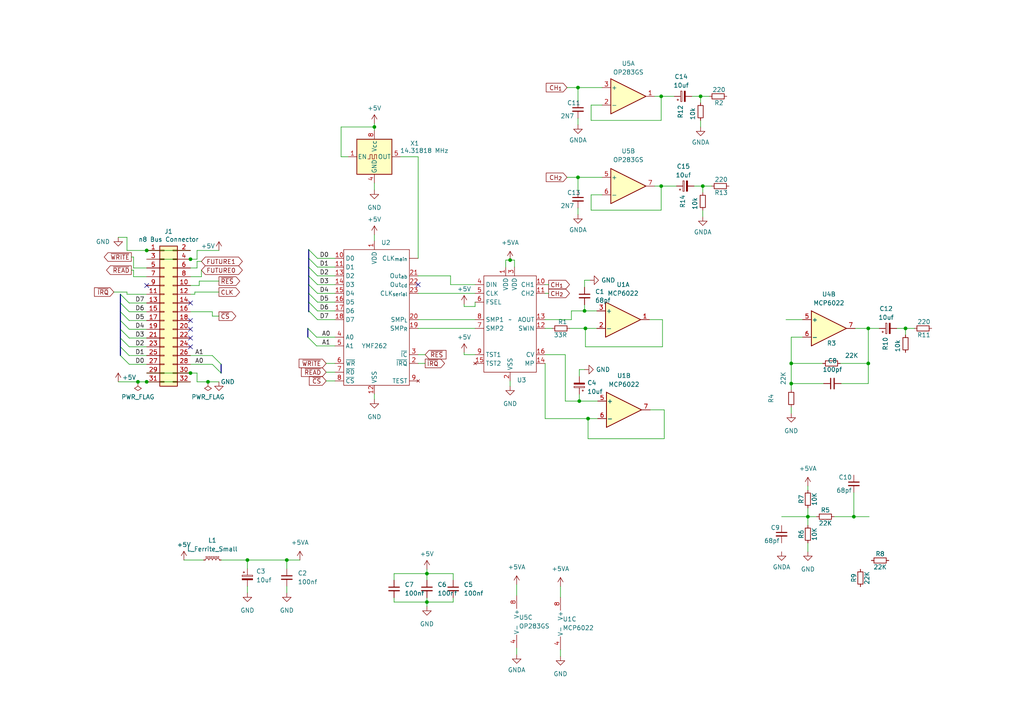
<source format=kicad_sch>
(kicad_sch (version 20230121) (generator eeschema)
  (paper "A4")
  (lib_symbols
    (symbol "+5V_1" (power) (pin_names (offset 0))
      (property "Value" "+5V_1" (at 0 3.556 0))
      (symbol "+5V_1_0_1"
        (polyline (pts (xy -0.762 1.27) (xy 0 2.54)))
        (polyline (pts (xy 0 0) (xy 0 2.54)))
        (polyline (pts (xy 0 2.54) (xy 0.762 1.27)))
      )
      (symbol "+5V_1_1_1"
        (pin power_in line (at 0 0 90) (length 0) hide (name "+5V") (number "1"))
      )
    )
    (symbol "Amplifier_Operational:MCP6022" (pin_names (offset 0.127))
      (property "Reference" "U" (at 0 5.08 0))
      (property "Value" "MCP6022" (at 0 -5.08 0))
      (symbol "MCP6022_1_1"
        (polyline (pts (xy -5.08 5.08) (xy 5.08 0) (xy -5.08 -5.08) (xy -5.08 5.08)) (stroke (width 0.254)) (fill (type background)))
        (pin output line (at 7.62 0 180) (length 2.54) (name "~") (number "1"))
        (pin input line (at -7.62 -2.54 0) (length 2.54) (name "-") (number "2"))
        (pin input line (at -7.62 2.54 0) (length 2.54) (name "+") (number "3"))
      )
      (symbol "MCP6022_2_1"
        (polyline (pts (xy -5.08 5.08) (xy 5.08 0) (xy -5.08 -5.08) (xy -5.08 5.08)) (stroke (width 0.254)) (fill (type background)))
        (pin input line (at -7.62 2.54 0) (length 2.54) (name "+") (number "5"))
        (pin input line (at -7.62 -2.54 0) (length 2.54) (name "-") (number "6"))
        (pin output line (at 7.62 0 180) (length 2.54) (name "~") (number "7"))
      )
      (symbol "MCP6022_3_1"
        (pin power_in line (at -2.54 -7.62 90) (length 3.81) (name "V-") (number "4"))
        (pin power_in line (at -2.54 7.62 270) (length 3.81) (name "V+") (number "8"))
      )
    )
    (symbol "Amplifier_Operational:OP283GS" (pin_names (offset 0.127))
      (property "Reference" "U" (at 0 5.08 0))
      (property "Value" "OP283GS" (at 0 -5.08 0))
      (symbol "OP283GS_1_1"
        (polyline (pts (xy -5.08 5.08) (xy 5.08 0) (xy -5.08 -5.08) (xy -5.08 5.08)) (stroke (width 0.254)) (fill (type background)))
        (pin output line (at 7.62 0 180) (length 2.54) (name "~") (number "1"))
        (pin input line (at -7.62 -2.54 0) (length 2.54) (name "-") (number "2"))
        (pin input line (at -7.62 2.54 0) (length 2.54) (name "+") (number "3"))
      )
      (symbol "OP283GS_2_1"
        (polyline (pts (xy -5.08 5.08) (xy 5.08 0) (xy -5.08 -5.08) (xy -5.08 5.08)) (stroke (width 0.254)) (fill (type background)))
        (pin input line (at -7.62 2.54 0) (length 2.54) (name "+") (number "5"))
        (pin input line (at -7.62 -2.54 0) (length 2.54) (name "-") (number "6"))
        (pin output line (at 7.62 0 180) (length 2.54) (name "~") (number "7"))
      )
      (symbol "OP283GS_3_1"
        (pin power_in line (at -2.54 -7.62 90) (length 3.81) (name "V-") (number "4"))
        (pin power_in line (at -2.54 7.62 270) (length 3.81) (name "V+") (number "8"))
      )
    )
    (symbol "Connector_Generic:Conn_02x16_Odd_Even" (pin_names (offset 1.016) hide)
      (property "Reference" "J" (at 1.27 20.32 0))
      (property "Value" "Conn_02x16_Odd_Even" (at 1.27 -22.86 0))
      (symbol "Conn_02x16_Odd_Even_1_1"
        (rectangle (start -1.27 -20.193) (end 0 -20.447) (stroke (width 0.1524)))
        (rectangle (start -1.27 -17.653) (end 0 -17.907) (stroke (width 0.1524)))
        (rectangle (start -1.27 -15.113) (end 0 -15.367) (stroke (width 0.1524)))
        (rectangle (start -1.27 -12.573) (end 0 -12.827) (stroke (width 0.1524)))
        (rectangle (start -1.27 -10.033) (end 0 -10.287) (stroke (width 0.1524)))
        (rectangle (start -1.27 -7.493) (end 0 -7.747) (stroke (width 0.1524)))
        (rectangle (start -1.27 -4.953) (end 0 -5.207) (stroke (width 0.1524)))
        (rectangle (start -1.27 -2.413) (end 0 -2.667) (stroke (width 0.1524)))
        (rectangle (start -1.27 0.127) (end 0 -0.127) (stroke (width 0.1524)))
        (rectangle (start -1.27 2.667) (end 0 2.413) (stroke (width 0.1524)))
        (rectangle (start -1.27 5.207) (end 0 4.953) (stroke (width 0.1524)))
        (rectangle (start -1.27 7.747) (end 0 7.493) (stroke (width 0.1524)))
        (rectangle (start -1.27 10.287) (end 0 10.033) (stroke (width 0.1524)))
        (rectangle (start -1.27 12.827) (end 0 12.573) (stroke (width 0.1524)))
        (rectangle (start -1.27 15.367) (end 0 15.113) (stroke (width 0.1524)))
        (rectangle (start -1.27 17.907) (end 0 17.653) (stroke (width 0.1524)))
        (rectangle (start -1.27 19.05) (end 3.81 -21.59) (stroke (width 0.254)) (fill (type background)))
        (rectangle (start 3.81 -20.193) (end 2.54 -20.447) (stroke (width 0.1524)))
        (rectangle (start 3.81 -17.653) (end 2.54 -17.907) (stroke (width 0.1524)))
        (rectangle (start 3.81 -15.113) (end 2.54 -15.367) (stroke (width 0.1524)))
        (rectangle (start 3.81 -12.573) (end 2.54 -12.827) (stroke (width 0.1524)))
        (rectangle (start 3.81 -10.033) (end 2.54 -10.287) (stroke (width 0.1524)))
        (rectangle (start 3.81 -7.493) (end 2.54 -7.747) (stroke (width 0.1524)))
        (rectangle (start 3.81 -4.953) (end 2.54 -5.207) (stroke (width 0.1524)))
        (rectangle (start 3.81 -2.413) (end 2.54 -2.667) (stroke (width 0.1524)))
        (rectangle (start 3.81 0.127) (end 2.54 -0.127) (stroke (width 0.1524)))
        (rectangle (start 3.81 2.667) (end 2.54 2.413) (stroke (width 0.1524)))
        (rectangle (start 3.81 5.207) (end 2.54 4.953) (stroke (width 0.1524)))
        (rectangle (start 3.81 7.747) (end 2.54 7.493) (stroke (width 0.1524)))
        (rectangle (start 3.81 10.287) (end 2.54 10.033) (stroke (width 0.1524)))
        (rectangle (start 3.81 12.827) (end 2.54 12.573) (stroke (width 0.1524)))
        (rectangle (start 3.81 15.367) (end 2.54 15.113) (stroke (width 0.1524)))
        (rectangle (start 3.81 17.907) (end 2.54 17.653) (stroke (width 0.1524)))
        (pin passive line (at -5.08 17.78 0) (length 3.81) (name "Pin_1") (number "1"))
        (pin passive line (at 7.62 7.62 180) (length 3.81) (name "Pin_10") (number "10"))
        (pin passive line (at -5.08 5.08 0) (length 3.81) (name "Pin_11") (number "11"))
        (pin passive line (at 7.62 5.08 180) (length 3.81) (name "Pin_12") (number "12"))
        (pin passive line (at -5.08 2.54 0) (length 3.81) (name "Pin_13") (number "13"))
        (pin passive line (at 7.62 2.54 180) (length 3.81) (name "Pin_14") (number "14"))
        (pin passive line (at -5.08 0 0) (length 3.81) (name "Pin_15") (number "15"))
        (pin passive line (at 7.62 0 180) (length 3.81) (name "Pin_16") (number "16"))
        (pin passive line (at -5.08 -2.54 0) (length 3.81) (name "Pin_17") (number "17"))
        (pin passive line (at 7.62 -2.54 180) (length 3.81) (name "Pin_18") (number "18"))
        (pin passive line (at -5.08 -5.08 0) (length 3.81) (name "Pin_19") (number "19"))
        (pin passive line (at 7.62 17.78 180) (length 3.81) (name "Pin_2") (number "2"))
        (pin passive line (at 7.62 -5.08 180) (length 3.81) (name "Pin_20") (number "20"))
        (pin passive line (at -5.08 -7.62 0) (length 3.81) (name "Pin_21") (number "21"))
        (pin passive line (at 7.62 -7.62 180) (length 3.81) (name "Pin_22") (number "22"))
        (pin passive line (at -5.08 -10.16 0) (length 3.81) (name "Pin_23") (number "23"))
        (pin passive line (at 7.62 -10.16 180) (length 3.81) (name "Pin_24") (number "24"))
        (pin passive line (at -5.08 -12.7 0) (length 3.81) (name "Pin_25") (number "25"))
        (pin passive line (at 7.62 -12.7 180) (length 3.81) (name "Pin_26") (number "26"))
        (pin passive line (at -5.08 -15.24 0) (length 3.81) (name "Pin_27") (number "27"))
        (pin passive line (at 7.62 -15.24 180) (length 3.81) (name "Pin_28") (number "28"))
        (pin passive line (at -5.08 -17.78 0) (length 3.81) (name "Pin_29") (number "29"))
        (pin passive line (at -5.08 15.24 0) (length 3.81) (name "Pin_3") (number "3"))
        (pin passive line (at 7.62 -17.78 180) (length 3.81) (name "Pin_30") (number "30"))
        (pin passive line (at -5.08 -20.32 0) (length 3.81) (name "Pin_31") (number "31"))
        (pin passive line (at 7.62 -20.32 180) (length 3.81) (name "Pin_32") (number "32"))
        (pin passive line (at 7.62 15.24 180) (length 3.81) (name "Pin_4") (number "4"))
        (pin passive line (at -5.08 12.7 0) (length 3.81) (name "Pin_5") (number "5"))
        (pin passive line (at 7.62 12.7 180) (length 3.81) (name "Pin_6") (number "6"))
        (pin passive line (at -5.08 10.16 0) (length 3.81) (name "Pin_7") (number "7"))
        (pin passive line (at 7.62 10.16 180) (length 3.81) (name "Pin_8") (number "8"))
        (pin passive line (at -5.08 7.62 0) (length 3.81) (name "Pin_9") (number "9"))
      )
    )
    (symbol "Device:C_Polarized_Small" (pin_numbers hide) (pin_names (offset 0.254) hide)
      (property "Reference" "C" (at 0.254 1.778 0))
      (property "Value" "C_Polarized_Small" (at 0.254 -2.032 0))
      (symbol "C_Polarized_Small_0_1"
        (rectangle (start -1.524 -0.3048) (end 1.524 -0.6858) (fill (type outline)))
        (rectangle (start -1.524 0.6858) (end 1.524 0.3048))
        (polyline (pts (xy -1.27 1.524) (xy -0.762 1.524)))
        (polyline (pts (xy -1.016 1.27) (xy -1.016 1.778)))
      )
      (symbol "C_Polarized_Small_1_1"
        (pin passive line (at 0 2.54 270) (length 1.8542) (name "~") (number "1"))
        (pin passive line (at 0 -2.54 90) (length 1.8542) (name "~") (number "2"))
      )
    )
    (symbol "Device:C_Small" (pin_numbers hide) (pin_names (offset 0.254) hide)
      (property "Reference" "C" (at 0.254 1.778 0))
      (property "Value" "C_Small" (at 0.254 -2.032 0))
      (symbol "C_Small_0_1"
        (polyline (pts (xy -1.524 -0.508) (xy 1.524 -0.508)) (stroke (width 0.3302)))
        (polyline (pts (xy -1.524 0.508) (xy 1.524 0.508)) (stroke (width 0.3048)))
      )
      (symbol "C_Small_1_1"
        (pin passive line (at 0 2.54 270) (length 2.032) (name "~") (number "1"))
        (pin passive line (at 0 -2.54 90) (length 2.032) (name "~") (number "2"))
      )
    )
    (symbol "Device:L_Ferrite_Small" (pin_numbers hide) (pin_names (offset 0.254) hide)
      (property "Reference" "L" (at 1.27 1.016 0))
      (property "Value" "L_Ferrite_Small" (at 1.27 -1.27 0))
      (symbol "L_Ferrite_Small_0_1"
        (arc (start 0 -2.032) (mid 0.5058 -1.524) (end 0 -1.016))
        (arc (start 0 -1.016) (mid 0.5058 -0.508) (end 0 0))
        (polyline (pts (xy 0.762 -1.905) (xy 0.762 -1.651)))
        (polyline (pts (xy 0.762 -1.397) (xy 0.762 -1.143)))
        (polyline (pts (xy 0.762 -0.889) (xy 0.762 -0.635)))
        (polyline (pts (xy 0.762 -0.381) (xy 0.762 -0.127)))
        (polyline (pts (xy 0.762 0.127) (xy 0.762 0.381)))
        (polyline (pts (xy 0.762 0.635) (xy 0.762 0.889)))
        (polyline (pts (xy 0.762 1.143) (xy 0.762 1.397)))
        (polyline (pts (xy 0.762 1.651) (xy 0.762 1.905)))
        (polyline (pts (xy 1.016 -1.651) (xy 1.016 -1.905)))
        (polyline (pts (xy 1.016 -1.143) (xy 1.016 -1.397)))
        (polyline (pts (xy 1.016 -0.635) (xy 1.016 -0.889)))
        (polyline (pts (xy 1.016 -0.127) (xy 1.016 -0.381)))
        (polyline (pts (xy 1.016 0.381) (xy 1.016 0.127)))
        (polyline (pts (xy 1.016 0.889) (xy 1.016 0.635)))
        (polyline (pts (xy 1.016 1.397) (xy 1.016 1.143)))
        (polyline (pts (xy 1.016 1.905) (xy 1.016 1.651)))
        (arc (start 0 0) (mid 0.5058 0.508) (end 0 1.016))
        (arc (start 0 1.016) (mid 0.5058 1.524) (end 0 2.032))
      )
      (symbol "L_Ferrite_Small_1_1"
        (pin passive line (at 0 2.54 270) (length 0.508) (name "~") (number "1"))
        (pin passive line (at 0 -2.54 90) (length 0.508) (name "~") (number "2"))
      )
    )
    (symbol "Device:R_Small" (pin_numbers hide) (pin_names (offset 0.254) hide)
      (property "Reference" "R" (at 0.762 0.508 0))
      (property "Value" "R_Small" (at 0.762 -1.016 0))
      (symbol "R_Small_0_1"
        (rectangle (start -0.762 1.778) (end 0.762 -1.778) (stroke (width 0.2032)))
      )
      (symbol "R_Small_1_1"
        (pin passive line (at 0 2.54 270) (length 0.762) (name "~") (number "1"))
        (pin passive line (at 0 -2.54 90) (length 0.762) (name "~") (number "2"))
      )
    )
    (symbol "GND_1" (power) (pin_names (offset 0))
      (property "Value" "GND_1" (at 0 -3.81 0))
      (symbol "GND_1_0_1"
        (polyline (pts (xy 0 0) (xy 0 -1.27) (xy 1.27 -1.27) (xy 0 -2.54) (xy -1.27 -1.27) (xy 0 -1.27)))
      )
      (symbol "GND_1_1_1"
        (pin power_in line (at 0 0 270) (length 0) hide (name "GND") (number "1"))
      )
    )
    (symbol "GND_2" (power) (pin_names (offset 0))
      (property "Value" "GND_2" (at 0 -3.81 0))
      (symbol "GND_2_0_1"
        (polyline (pts (xy 0 0) (xy 0 -1.27) (xy 1.27 -1.27) (xy 0 -2.54) (xy -1.27 -1.27) (xy 0 -1.27)))
      )
      (symbol "GND_2_1_1"
        (pin power_in line (at 0 0 270) (length 0) hide (name "GND") (number "1"))
      )
    )
    (symbol "Oscillator:CXO_DIP8" (pin_names (offset 0.254))
      (property "Reference" "X" (at -5.08 6.35 0))
      (property "Value" "CXO_DIP8" (at 1.27 -6.35 0))
      (symbol "CXO_DIP8_0_1"
        (rectangle (start -5.08 5.08) (end 5.08 -5.08) (stroke (width 0.254)) (fill (type background)))
        (polyline (pts (xy -1.905 -0.635) (xy -1.27 -0.635) (xy -1.27 0.635) (xy -0.635 0.635) (xy -0.635 -0.635) (xy 0 -0.635) (xy 0 0.635) (xy 0.635 0.635) (xy 0.635 -0.635)))
      )
      (symbol "CXO_DIP8_1_1"
        (pin input line (at -7.62 0 0) (length 2.54) (name "EN") (number "1"))
        (pin power_in line (at 0 -7.62 90) (length 2.54) (name "GND") (number "4"))
        (pin output line (at 7.62 0 180) (length 2.54) (name "OUT") (number "5"))
        (pin power_in line (at 0 7.62 270) (length 2.54) (name "Vcc") (number "8"))
      )
    )
    (symbol "Yamaha:YAC512"
      (property "Reference" "U" (at 0 0 0))
      (symbol "YAC512_0_1"
        (rectangle (start -7.62 12.7) (end 7.62 -15.24))
      )
      (symbol "YAC512_1_1"
        (pin power_in line (at -1.27 15.24 270) (length 2.54) (name "VDD") (number "1"))
        (pin output line (at 10.16 10.16 180) (length 2.54) (name "CH1") (number "10"))
        (pin output line (at 10.16 7.62 180) (length 2.54) (name "CH2") (number "11"))
        (pin input line (at 10.16 -2.54 180) (length 2.54) (name "SWIN") (number "12"))
        (pin output line (at 10.16 0 180) (length 2.54) (name "AOUT") (number "13"))
        (pin input line (at 10.16 -12.7 180) (length 2.54) (name "MP") (number "14"))
        (pin no_connect line (at -10.16 -12.7 0) (length 2.54) (name "TST2") (number "15"))
        (pin output line (at 10.16 -10.16 180) (length 2.54) (name "CV") (number "16"))
        (pin power_in line (at 0 -17.78 90) (length 2.54) (name "VSS") (number "2"))
        (pin power_in line (at 1.27 15.24 270) (length 2.54) (name "VDD") (number "3"))
        (pin input line (at -10.16 10.16 0) (length 2.54) (name "DIN") (number "4"))
        (pin input line (at -10.16 7.62 0) (length 2.54) (name "CLK") (number "5"))
        (pin input line (at -10.16 5.08 0) (length 2.54) (name "FSEL") (number "6"))
        (pin input line (at -10.16 -2.54 0) (length 2.54) (name "SMP2") (number "7"))
        (pin input line (at -10.16 0 0) (length 2.54) (name "SMP1") (number "8"))
        (pin input line (at -10.16 -10.16 0) (length 2.54) (name "TST1") (number "9"))
      )
    )
    (symbol "Yamaha:YMF262"
      (property "Reference" "U" (at 0 0 0))
      (property "Value" "YMF262" (at 0 0 0))
      (symbol "YMF262_0_1"
        (rectangle (start -8.89 27.94) (end 10.16 -11.43))
      )
      (symbol "YMF262_1_1"
        (pin output line (at 12.7 25.4 180) (length 2.54) (name "CLK_{main}") (number ""))
        (pin power_in line (at 0 30.48 270) (length 2.54) (name "VDD") (number "1"))
        (pin bidirectional line (at -11.43 25.4 0) (length 2.54) (name "D0") (number "10"))
        (pin bidirectional line (at -11.43 22.86 0) (length 2.54) (name "D1") (number "11"))
        (pin power_in line (at 0 -13.97 90) (length 2.54) (name "VSS") (number "12"))
        (pin bidirectional line (at -11.43 20.32 0) (length 2.54) (name "D2") (number "13"))
        (pin bidirectional line (at -11.43 17.78 0) (length 2.54) (name "D3") (number "14"))
        (pin bidirectional line (at -11.43 15.24 0) (length 2.54) (name "D4") (number "15"))
        (pin bidirectional line (at -11.43 12.7 0) (length 2.54) (name "D5") (number "16"))
        (pin bidirectional line (at -11.43 10.16 0) (length 2.54) (name "D6") (number "17"))
        (pin bidirectional line (at -11.43 7.62 0) (length 2.54) (name "D7") (number "18"))
        (pin output line (at 12.7 5.08 180) (length 2.54) (name "SMP_{R}") (number "19"))
        (pin output line (at 12.7 -5.08 180) (length 2.54) (name "~{IRQ}") (number "2"))
        (pin output line (at 12.7 7.62 180) (length 2.54) (name "SMP_{L}") (number "20"))
        (pin output line (at 12.7 20.32 180) (length 2.54) (name "Out_{ab}") (number "21"))
        (pin output line (at 12.7 17.78 180) (length 2.54) (name "Out_{cd}") (number "22"))
        (pin output line (at 12.7 15.24 180) (length 2.54) (name "CLK_{serial}") (number "23"))
        (pin input line (at 12.7 -2.54 180) (length 2.54) (name "~{IC}") (number "3"))
        (pin input line (at -11.43 2.54 0) (length 2.54) (name "A0") (number "4"))
        (pin input line (at -11.43 0 0) (length 2.54) (name "A1") (number "5"))
        (pin input line (at -11.43 -5.08 0) (length 2.54) (name "~{WR}") (number "6"))
        (pin input line (at -11.43 -7.62 0) (length 2.54) (name "~{RD}") (number "7"))
        (pin input line (at -11.43 -10.16 0) (length 2.54) (name "~{CS}") (number "8"))
        (pin no_connect line (at 12.7 -10.16 180) (length 2.54) (name "TEST") (number "9"))
      )
    )
    (symbol "power:+5V" (power) (pin_names (offset 0))
      (property "Value" "+5V" (at 0 3.556 0))
      (symbol "+5V_0_1"
        (polyline (pts (xy -0.762 1.27) (xy 0 2.54)))
        (polyline (pts (xy 0 0) (xy 0 2.54)))
        (polyline (pts (xy 0 2.54) (xy 0.762 1.27)))
      )
      (symbol "+5V_1_1"
        (pin power_in line (at 0 0 90) (length 0) hide (name "+5V") (number "1"))
      )
    )
    (symbol "power:+5VA" (power) (pin_names (offset 0))
      (property "Value" "+5VA" (at 0 3.556 0))
      (symbol "+5VA_0_1"
        (polyline (pts (xy -0.762 1.27) (xy 0 2.54)))
        (polyline (pts (xy 0 0) (xy 0 2.54)))
        (polyline (pts (xy 0 2.54) (xy 0.762 1.27)))
      )
      (symbol "+5VA_1_1"
        (pin power_in line (at 0 0 90) (length 0) hide (name "+5VA") (number "1"))
      )
    )
    (symbol "power:GND" (power) (pin_names (offset 0))
      (property "Value" "GND" (at 0 -3.81 0))
      (symbol "GND_0_1"
        (polyline (pts (xy 0 0) (xy 0 -1.27) (xy 1.27 -1.27) (xy 0 -2.54) (xy -1.27 -1.27) (xy 0 -1.27)))
      )
      (symbol "GND_1_1"
        (pin power_in line (at 0 0 270) (length 0) hide (name "GND") (number "1"))
      )
    )
    (symbol "power:GNDA" (power) (pin_names (offset 0))
      (property "Value" "GNDA" (at 0 -3.81 0))
      (symbol "GNDA_0_1"
        (polyline (pts (xy 0 0) (xy 0 -1.27) (xy 1.27 -1.27) (xy 0 -2.54) (xy -1.27 -1.27) (xy 0 -1.27)))
      )
      (symbol "GNDA_1_1"
        (pin power_in line (at 0 0 270) (length 0) hide (name "GNDA") (number "1"))
      )
    )
    (symbol "power:PWR_FLAG" (power) (pin_numbers hide) (pin_names (offset 0) hide)
      (property "Value" "PWR_FLAG" (at 0 3.81 0))
      (symbol "PWR_FLAG_0_0"
        (pin power_out line (at 0 0 90) (length 0) (name "pwr") (number "1"))
      )
      (symbol "PWR_FLAG_0_1"
        (polyline (pts (xy 0 0) (xy 0 1.27) (xy -1.016 1.905) (xy 0 2.54) (xy 1.016 1.905) (xy 0 1.27)))
      )
    )
  )
  (junction (at 40.005 110.744))
  (junction (at 229.489 111.252))
  (junction (at 262.636 95.25))
  (junction (at 251.841 95.25))
  (junction (at 42.545 110.744))
  (junction (at 147.955 75.438))
  (junction (at 42.545 72.644))
  (junction (at 234.315 149.86))
  (junction (at 251.841 105.41))
  (junction (at 169.799 95.25))
  (junction (at 168.021 116.332))
  (junction (at 191.77 53.975))
  (junction (at 170.561 121.412))
  (junction (at 60.325 110.744))
  (junction (at 229.489 105.41))
  (junction (at 123.825 174.625))
  (junction (at 169.545 90.17))
  (junction (at 83.185 162.433))
  (junction (at 55.245 75.184))
  (junction (at 167.64 25.4))
  (junction (at 203.2 27.94))
  (junction (at 55.245 108.204))
  (junction (at 167.64 51.435))
  (junction (at 71.755 162.433))
  (junction (at 108.585 36.83))
  (junction (at 191.77 27.94))
  (junction (at 247.65 149.86))
  (junction (at 203.835 53.975))
  (junction (at 123.825 166.37))
  (no_connect (at 55.245 92.964))
  (no_connect (at 55.245 95.504))
  (no_connect (at 55.245 87.884))
  (no_connect (at 42.545 82.804))
  (no_connect (at 121.285 82.55))
  (no_connect (at 55.245 98.044))
  (no_connect (at 55.245 100.584))
  (bus_entry (at 64.135 105.664) (size -2.54 -2.54))
  (bus_entry (at 89.281 97.79) (size 2.54 2.54))
  (bus_entry (at 37.465 103.124) (size -2.54 -2.54))
  (bus_entry (at 89.535 77.47) (size 2.54 2.54))
  (bus_entry (at 37.465 92.964) (size -2.54 -2.54))
  (bus_entry (at 89.535 87.63) (size 2.54 2.54))
  (bus_entry (at 89.281 95.25) (size 2.54 2.54))
  (bus_entry (at 89.535 90.17) (size 2.54 2.54))
  (bus_entry (at 89.535 72.39) (size 2.54 2.54))
  (bus_entry (at 37.465 95.504) (size -2.54 -2.54))
  (bus_entry (at 64.135 108.204) (size -2.54 -2.54))
  (bus_entry (at 89.535 85.09) (size 2.54 2.54))
  (bus_entry (at 89.535 74.93) (size 2.54 2.54))
  (bus_entry (at 37.465 90.424) (size -2.54 -2.54))
  (bus_entry (at 37.465 87.884) (size -2.54 -2.54))
  (bus_entry (at 37.465 105.664) (size -2.54 -2.54))
  (bus_entry (at 89.535 80.01) (size 2.54 2.54))
  (bus_entry (at 89.535 82.55) (size 2.54 2.54))
  (bus_entry (at 37.465 98.044) (size -2.54 -2.54))
  (bus_entry (at 37.465 100.584) (size -2.54 -2.54))
  (wire (pts (xy 42.545 108.204) (xy 55.245 108.204)))
  (wire (pts (xy 251.841 95.25) (xy 255.016 95.25)))
  (wire (pts (xy 171.45 60.96) (xy 191.77 60.96)))
  (wire (pts (xy 57.15 75.184) (xy 57.15 72.644)))
  (bus (pts (xy 34.925 98.044) (xy 34.925 100.584)))
  (wire (pts (xy 191.77 27.94) (xy 191.77 34.925)))
  (wire (pts (xy 189.865 53.975) (xy 191.77 53.975)))
  (wire (pts (xy 192.659 118.872) (xy 192.659 127.254)))
  (wire (pts (xy 241.935 149.86) (xy 247.65 149.86)))
  (wire (pts (xy 163.957 102.87) (xy 158.115 102.87)))
  (wire (pts (xy 57.15 110.744) (xy 60.325 110.744)))
  (wire (pts (xy 203.2 34.925) (xy 203.2 36.83)))
  (bus (pts (xy 34.925 87.884) (xy 34.925 90.424)))
  (wire (pts (xy 42.545 98.044) (xy 37.465 98.044)))
  (wire (pts (xy 55.245 103.124) (xy 61.595 103.124)))
  (wire (pts (xy 92.075 80.01) (xy 97.155 80.01)))
  (wire (pts (xy 58.42 80.264) (xy 58.42 78.359)))
  (wire (pts (xy 121.285 45.466) (xy 116.205 45.466)))
  (wire (pts (xy 108.585 35.814) (xy 108.585 36.83)))
  (wire (pts (xy 55.245 77.724) (xy 57.15 77.724)))
  (bus (pts (xy 34.925 95.504) (xy 34.925 98.044)))
  (wire (pts (xy 131.445 168.275) (xy 131.445 166.37)))
  (wire (pts (xy 71.755 170.053) (xy 71.755 171.958)))
  (wire (pts (xy 64.135 162.433) (xy 71.755 162.433)))
  (wire (pts (xy 167.64 25.4) (xy 174.625 25.4)))
  (wire (pts (xy 192.659 127.254) (xy 170.561 127.254)))
  (wire (pts (xy 123.825 166.37) (xy 131.445 166.37)))
  (bus (pts (xy 89.535 87.63) (xy 89.535 90.17)))
  (wire (pts (xy 55.245 105.664) (xy 61.595 105.664)))
  (wire (pts (xy 238.633 105.41) (xy 229.489 105.41)))
  (wire (pts (xy 71.755 162.433) (xy 83.185 162.433)))
  (wire (pts (xy 42.545 80.264) (xy 38.735 80.264)))
  (wire (pts (xy 114.3 166.37) (xy 123.825 166.37)))
  (wire (pts (xy 234.315 157.48) (xy 234.315 160.02)))
  (wire (pts (xy 121.285 102.87) (xy 123.317 102.87)))
  (wire (pts (xy 169.545 88.392) (xy 169.545 90.17)))
  (wire (pts (xy 83.185 164.973) (xy 83.185 162.433)))
  (bus (pts (xy 34.925 85.344) (xy 34.925 87.884)))
  (wire (pts (xy 227.965 92.71) (xy 232.791 92.71)))
  (wire (pts (xy 34.29 110.744) (xy 40.005 110.744)))
  (wire (pts (xy 123.825 173.355) (xy 123.825 174.625)))
  (wire (pts (xy 234.315 140.97) (xy 234.315 142.24)))
  (wire (pts (xy 167.64 51.435) (xy 174.625 51.435)))
  (wire (pts (xy 36.83 85.344) (xy 36.83 84.709)))
  (wire (pts (xy 162.56 170.053) (xy 162.56 173.228)))
  (wire (pts (xy 108.585 68.072) (xy 108.585 69.85)))
  (wire (pts (xy 56.515 85.344) (xy 56.515 84.709)))
  (wire (pts (xy 165.735 92.71) (xy 165.735 90.17)))
  (wire (pts (xy 42.545 105.664) (xy 37.465 105.664)))
  (bus (pts (xy 64.135 105.664) (xy 64.135 108.204)))
  (wire (pts (xy 170.561 121.412) (xy 173.355 121.412)))
  (wire (pts (xy 167.64 25.4) (xy 167.64 29.21)))
  (wire (pts (xy 169.545 81.28) (xy 169.545 83.312)))
  (wire (pts (xy 108.585 114.3) (xy 108.585 115.824)))
  (wire (pts (xy 262.636 95.25) (xy 262.636 97.155)))
  (wire (pts (xy 38.735 80.264) (xy 38.735 78.359)))
  (wire (pts (xy 165.227 95.25) (xy 169.799 95.25)))
  (wire (pts (xy 100.965 45.466) (xy 98.933 45.466)))
  (wire (pts (xy 134.62 88.265) (xy 134.62 88.9)))
  (wire (pts (xy 146.685 77.47) (xy 146.685 75.438)))
  (wire (pts (xy 42.545 95.504) (xy 37.465 95.504)))
  (wire (pts (xy 203.835 53.975) (xy 203.835 55.88)))
  (wire (pts (xy 92.075 87.63) (xy 97.155 87.63)))
  (wire (pts (xy 251.841 95.25) (xy 251.841 105.41)))
  (wire (pts (xy 226.695 149.86) (xy 234.315 149.86)))
  (wire (pts (xy 162.56 188.468) (xy 162.56 190.373)))
  (wire (pts (xy 158.115 95.25) (xy 160.147 95.25)))
  (wire (pts (xy 121.285 95.25) (xy 137.795 95.25)))
  (wire (pts (xy 94.615 107.95) (xy 97.155 107.95)))
  (wire (pts (xy 262.636 95.25) (xy 265.176 95.25)))
  (wire (pts (xy 92.075 90.17) (xy 97.155 90.17)))
  (wire (pts (xy 42.545 103.124) (xy 37.465 103.124)))
  (bus (pts (xy 89.535 85.09) (xy 89.535 87.63)))
  (wire (pts (xy 36.83 72.644) (xy 36.83 68.834)))
  (wire (pts (xy 121.285 85.09) (xy 137.795 85.09)))
  (wire (pts (xy 42.545 110.744) (xy 55.245 110.744)))
  (wire (pts (xy 168.021 116.332) (xy 173.355 116.332)))
  (wire (pts (xy 42.545 87.884) (xy 37.465 87.884)))
  (wire (pts (xy 146.685 75.438) (xy 147.955 75.438)))
  (wire (pts (xy 229.489 111.252) (xy 229.489 113.03)))
  (wire (pts (xy 57.15 72.644) (xy 63.5 72.644)))
  (wire (pts (xy 60.325 110.744) (xy 63.5 110.744)))
  (bus (pts (xy 89.535 82.55) (xy 89.535 85.09)))
  (wire (pts (xy 57.785 82.804) (xy 57.785 81.534)))
  (wire (pts (xy 158.115 82.55) (xy 159.131 82.55)))
  (wire (pts (xy 97.155 100.33) (xy 91.821 100.33)))
  (wire (pts (xy 234.315 149.86) (xy 236.855 149.86)))
  (wire (pts (xy 42.545 92.964) (xy 37.465 92.964)))
  (wire (pts (xy 167.64 34.29) (xy 167.64 36.195)))
  (wire (pts (xy 130.683 80.01) (xy 130.683 82.55)))
  (wire (pts (xy 164.465 25.4) (xy 167.64 25.4)))
  (wire (pts (xy 57.785 81.534) (xy 63.5 81.534)))
  (wire (pts (xy 55.245 85.344) (xy 56.515 85.344)))
  (wire (pts (xy 229.489 97.79) (xy 232.791 97.79)))
  (wire (pts (xy 188.595 118.872) (xy 192.659 118.872)))
  (wire (pts (xy 83.185 162.433) (xy 86.995 162.433)))
  (wire (pts (xy 243.967 111.252) (xy 251.841 111.252)))
  (wire (pts (xy 169.799 100.584) (xy 169.799 95.25)))
  (wire (pts (xy 38.735 77.724) (xy 38.735 74.549)))
  (wire (pts (xy 158.115 92.71) (xy 165.735 92.71)))
  (wire (pts (xy 123.825 166.37) (xy 123.825 168.275)))
  (wire (pts (xy 121.285 92.71) (xy 137.795 92.71)))
  (wire (pts (xy 203.2 27.94) (xy 203.2 29.845)))
  (wire (pts (xy 121.285 80.01) (xy 130.683 80.01)))
  (bus (pts (xy 89.535 90.17) (xy 89.535 90.424)))
  (wire (pts (xy 40.005 110.744) (xy 42.545 110.744)))
  (wire (pts (xy 229.489 118.11) (xy 229.489 119.888)))
  (wire (pts (xy 251.841 111.252) (xy 251.841 105.41)))
  (wire (pts (xy 42.545 75.184) (xy 55.245 75.184)))
  (wire (pts (xy 92.075 85.09) (xy 97.155 85.09)))
  (wire (pts (xy 121.285 105.41) (xy 123.317 105.41)))
  (wire (pts (xy 171.45 34.925) (xy 191.77 34.925)))
  (wire (pts (xy 203.835 60.96) (xy 203.835 62.865)))
  (wire (pts (xy 97.155 97.79) (xy 91.821 97.79)))
  (wire (pts (xy 149.225 75.438) (xy 147.955 75.438)))
  (wire (pts (xy 200.66 27.94) (xy 203.2 27.94)))
  (wire (pts (xy 147.955 110.49) (xy 147.955 112.014)))
  (wire (pts (xy 57.15 75.819) (xy 58.42 75.819)))
  (wire (pts (xy 229.489 105.41) (xy 229.489 97.79)))
  (wire (pts (xy 260.096 95.25) (xy 262.636 95.25)))
  (wire (pts (xy 158.115 85.09) (xy 159.131 85.09)))
  (wire (pts (xy 168.021 107.188) (xy 168.021 109.22)))
  (wire (pts (xy 229.489 111.252) (xy 229.489 105.41)))
  (wire (pts (xy 165.735 90.17) (xy 169.545 90.17)))
  (wire (pts (xy 94.615 105.41) (xy 97.155 105.41)))
  (wire (pts (xy 137.795 87.63) (xy 137.795 88.9)))
  (bus (pts (xy 89.535 72.39) (xy 89.535 74.93)))
  (wire (pts (xy 234.315 149.86) (xy 234.315 152.4)))
  (wire (pts (xy 57.15 108.204) (xy 57.15 110.744)))
  (wire (pts (xy 234.315 147.32) (xy 234.315 149.86)))
  (wire (pts (xy 42.545 100.584) (xy 37.465 100.584)))
  (wire (pts (xy 189.865 27.94) (xy 191.77 27.94)))
  (wire (pts (xy 192.151 92.71) (xy 192.151 100.584)))
  (wire (pts (xy 188.341 92.71) (xy 192.151 92.71)))
  (wire (pts (xy 134.62 102.87) (xy 137.795 102.87)))
  (wire (pts (xy 171.069 81.28) (xy 169.545 81.28)))
  (wire (pts (xy 36.83 68.834) (xy 34.29 68.834)))
  (wire (pts (xy 114.3 174.625) (xy 123.825 174.625)))
  (wire (pts (xy 149.225 77.47) (xy 149.225 75.438)))
  (wire (pts (xy 158.115 121.412) (xy 158.115 105.41)))
  (wire (pts (xy 170.561 127.254) (xy 170.561 121.412)))
  (bus (pts (xy 34.925 92.964) (xy 34.925 95.504)))
  (wire (pts (xy 55.245 82.804) (xy 57.785 82.804)))
  (wire (pts (xy 192.151 100.584) (xy 169.799 100.584)))
  (wire (pts (xy 203.2 27.94) (xy 205.74 27.94)))
  (wire (pts (xy 123.825 174.625) (xy 123.825 175.895)))
  (wire (pts (xy 55.245 90.424) (xy 61.595 90.424)))
  (wire (pts (xy 123.825 165.1) (xy 123.825 166.37)))
  (bus (pts (xy 34.925 100.584) (xy 34.925 103.124)))
  (wire (pts (xy 71.755 162.433) (xy 71.755 164.973)))
  (bus (pts (xy 34.925 90.424) (xy 34.925 92.964)))
  (wire (pts (xy 42.545 90.424) (xy 37.465 90.424)))
  (wire (pts (xy 163.957 116.332) (xy 168.021 116.332)))
  (wire (pts (xy 56.515 84.709) (xy 63.5 84.709)))
  (wire (pts (xy 174.625 56.515) (xy 171.45 56.515)))
  (wire (pts (xy 134.62 102.235) (xy 134.62 102.87)))
  (wire (pts (xy 164.465 51.435) (xy 167.64 51.435)))
  (wire (pts (xy 248.031 95.25) (xy 251.841 95.25)))
  (bus (pts (xy 89.535 74.93) (xy 89.535 77.47)))
  (wire (pts (xy 55.245 75.184) (xy 57.15 75.184)))
  (wire (pts (xy 174.625 30.48) (xy 171.45 30.48)))
  (wire (pts (xy 114.3 173.355) (xy 114.3 174.625)))
  (wire (pts (xy 92.075 92.71) (xy 97.155 92.71)))
  (wire (pts (xy 169.545 107.188) (xy 168.021 107.188)))
  (wire (pts (xy 167.64 60.325) (xy 167.64 62.23)))
  (wire (pts (xy 167.64 51.435) (xy 167.64 55.245)))
  (wire (pts (xy 42.545 72.644) (xy 55.245 72.644)))
  (wire (pts (xy 92.075 74.93) (xy 97.155 74.93)))
  (wire (pts (xy 114.3 168.275) (xy 114.3 166.37)))
  (wire (pts (xy 171.45 56.515) (xy 171.45 60.96)))
  (wire (pts (xy 92.075 77.47) (xy 97.155 77.47)))
  (wire (pts (xy 36.83 72.644) (xy 42.545 72.644)))
  (wire (pts (xy 203.835 53.975) (xy 206.375 53.975)))
  (bus (pts (xy 89.535 77.47) (xy 89.535 80.01)))
  (wire (pts (xy 36.83 84.709) (xy 33.02 84.709)))
  (wire (pts (xy 131.445 173.355) (xy 131.445 174.625)))
  (wire (pts (xy 61.595 91.694) (xy 63.5 91.694)))
  (wire (pts (xy 38.735 74.549) (xy 38.1 74.549)))
  (wire (pts (xy 169.545 90.17) (xy 173.101 90.17)))
  (wire (pts (xy 169.799 95.25) (xy 173.101 95.25)))
  (wire (pts (xy 149.86 169.545) (xy 149.86 172.72)))
  (wire (pts (xy 121.285 74.93) (xy 121.285 45.466)))
  (wire (pts (xy 158.115 121.412) (xy 170.561 121.412)))
  (wire (pts (xy 168.021 114.3) (xy 168.021 116.332)))
  (wire (pts (xy 238.887 111.252) (xy 229.489 111.252)))
  (wire (pts (xy 55.245 108.204) (xy 57.15 108.204)))
  (wire (pts (xy 92.075 82.55) (xy 97.155 82.55)))
  (bus (pts (xy 89.281 95.25) (xy 89.281 97.79)))
  (wire (pts (xy 57.15 77.724) (xy 57.15 75.819)))
  (wire (pts (xy 247.65 142.875) (xy 247.65 149.86)))
  (bus (pts (xy 89.535 80.01) (xy 89.535 82.55)))
  (wire (pts (xy 61.595 90.424) (xy 61.595 91.694)))
  (wire (pts (xy 42.545 85.344) (xy 36.83 85.344)))
  (wire (pts (xy 191.77 53.975) (xy 191.77 60.96)))
  (wire (pts (xy 137.795 88.9) (xy 134.62 88.9)))
  (wire (pts (xy 98.933 45.466) (xy 98.933 36.83)))
  (wire (pts (xy 191.77 53.975) (xy 196.215 53.975)))
  (wire (pts (xy 149.86 187.96) (xy 149.86 189.865)))
  (wire (pts (xy 247.65 149.86) (xy 252.095 149.86)))
  (wire (pts (xy 171.45 30.48) (xy 171.45 34.925)))
  (wire (pts (xy 83.185 170.053) (xy 83.185 171.958)))
  (wire (pts (xy 201.295 53.975) (xy 203.835 53.975)))
  (wire (pts (xy 108.585 36.83) (xy 108.585 37.846)))
  (wire (pts (xy 251.841 105.41) (xy 243.713 105.41)))
  (wire (pts (xy 131.445 174.625) (xy 123.825 174.625)))
  (wire (pts (xy 163.957 102.87) (xy 163.957 116.332)))
  (wire (pts (xy 98.933 36.83) (xy 108.585 36.83)))
  (wire (pts (xy 108.585 53.086) (xy 108.585 55.118)))
  (wire (pts (xy 130.683 82.55) (xy 137.795 82.55)))
  (wire (pts (xy 191.77 27.94) (xy 195.58 27.94)))
  (wire (pts (xy 42.545 77.724) (xy 38.735 77.724)))
  (wire (pts (xy 38.735 78.359) (xy 38.1 78.359)))
  (wire (pts (xy 94.615 110.49) (xy 97.155 110.49)))
  (wire (pts (xy 53.34 162.433) (xy 59.055 162.433)))
  (wire (pts (xy 55.245 80.264) (xy 58.42 80.264)))
  (label "D6" (at 92.71 90.17 0))
  (label "D2" (at 41.91 100.584 180))
  (label "D7" (at 92.71 92.71 0))
  (label "D0" (at 41.91 105.664 180))
  (label "D3" (at 92.71 82.55 0))
  (label "D5" (at 92.71 87.63 0))
  (label "D6" (at 41.91 90.424 180))
  (label "A0" (at 59.055 105.664 180))
  (label "D1" (at 92.71 77.47 0))
  (label "A1" (at 59.055 103.124 180))
  (label "D0" (at 92.71 74.93 0))
  (label "D4" (at 92.71 85.09 0))
  (label "D3" (at 41.91 98.044 180))
  (label "D5" (at 41.91 92.964 180))
  (label "D1" (at 41.91 103.124 180))
  (label "D2" (at 92.71 80.01 0))
  (label "D7" (at 41.91 87.884 180))
  (label "D4" (at 41.91 95.504 180))
  (label "A1" (at 93.345 100.33 0))
  (label "A0" (at 93.345 97.79 0))
  (global_label "~{CS}" (shape output) (at 63.5 91.694 0) (property "Intersheetrefs" "${INTERSHEET_REFS}" (effects hide)))
  (global_label "CH_{1}" (shape output) (at 159.131 82.55 0) (property "Intersheetrefs" "${INTERSHEET_REFS}" (effects hide)))
  (global_label "FUTURE0" (shape bidirectional) (at 58.42 78.359 0) (property "Intersheetrefs" "${INTERSHEET_REFS}" (effects hide)))
  (global_label "~{WRITE}" (shape input) (at 94.615 105.41 180) (property "Intersheetrefs" "${INTERSHEET_REFS}" (effects hide)))
  (global_label "CH_{1}" (shape input) (at 164.465 25.4 180) (property "Intersheetrefs" "${INTERSHEET_REFS}" (effects hide)))
  (global_label "CH_{2}" (shape input) (at 164.465 51.435 180) (property "Intersheetrefs" "${INTERSHEET_REFS}" (effects hide)))
  (global_label "FUTURE1" (shape bidirectional) (at 58.42 75.819 0) (property "Intersheetrefs" "${INTERSHEET_REFS}" (effects hide)))
  (global_label "~{RES}" (shape output) (at 63.5 81.534 0) (property "Intersheetrefs" "${INTERSHEET_REFS}" (effects hide)))
  (global_label "CLK" (shape output) (at 63.5 84.709 0) (property "Intersheetrefs" "${INTERSHEET_REFS}" (effects hide)))
  (global_label "~{RES}" (shape input) (at 123.317 102.87 0) (property "Intersheetrefs" "${INTERSHEET_REFS}" (effects hide)))
  (global_label "CH_{2}" (shape output) (at 159.131 85.09 0) (property "Intersheetrefs" "${INTERSHEET_REFS}" (effects hide)))
  (global_label "~{IRQ}" (shape input) (at 33.02 84.709 180) (property "Intersheetrefs" "${INTERSHEET_REFS}" (effects hide)))
  (global_label "~{WRITE}" (shape output) (at 38.1 74.549 180) (property "Intersheetrefs" "${INTERSHEET_REFS}" (effects hide)))
  (global_label "~{CS}" (shape input) (at 94.615 110.49 180) (property "Intersheetrefs" "${INTERSHEET_REFS}" (effects hide)))
  (global_label "~{IRQ}" (shape output) (at 123.317 105.41 0) (property "Intersheetrefs" "${INTERSHEET_REFS}" (effects hide)))
  (global_label "~{READ}" (shape output) (at 38.1 78.359 180) (property "Intersheetrefs" "${INTERSHEET_REFS}" (effects hide)))
  (global_label "~{READ}" (shape input) (at 94.615 107.95 180) (property "Intersheetrefs" "${INTERSHEET_REFS}" (effects hide)))
  (symbol (lib_id "Connector_Generic:Conn_02x16_Odd_Even") (at 47.625 90.424 0) (unit 1)
    (property "Reference" "J1" (at 48.895 67.1322 0))
    (property "Value" "n8 Bus Connector" (at 48.895 69.4436 0))
    (property "Footprint" "Connector_PinHeader_2.54mm:PinHeader_2x16_P2.54mm_Horizontal" (effects hide))
  )
  (symbol (lib_id "power:+5V") (at 63.5 72.644 0) (unit 1)
    (property "Reference" "#PWR0101" (effects hide))
    (property "Value" "+5V" (at 60.325 71.374 0))
  )
  (symbol (lib_id "power:GND") (at 63.5 110.744 0) (unit 1)
    (property "Reference" "#PWR0102" (effects hide))
    (property "Value" "GND" (at 66.04 110.744 0))
  )
  (symbol (lib_id "power:+5V") (at 34.29 110.744 0) (unit 1)
    (property "Reference" "#PWR0103" (effects hide))
    (property "Value" "+5V" (at 37.465 109.474 0))
  )
  (symbol (lib_id "power:GND") (at 34.29 68.834 0) (unit 1)
    (property "Reference" "#PWR0104" (effects hide))
    (property "Value" "GND" (at 29.845 70.104 0))
  )
  (symbol (lib_id "power:PWR_FLAG") (at 60.325 110.744 180) (unit 1)
    (property "Reference" "#FLG0101" (effects hide))
    (property "Value" "PWR_FLAG" (at 60.325 115.1382 0))
  )
  (symbol (lib_id "power:PWR_FLAG") (at 40.005 110.744 180) (unit 1)
    (property "Reference" "#FLG0102" (effects hide))
    (property "Value" "PWR_FLAG" (at 40.005 115.1382 0))
  )
  (symbol (lib_id "Device:R_Small") (at 234.315 144.78 180) (unit 1)
    (property "Reference" "R7" (at 232.41 144.78 90))
    (property "Value" "10K" (at 236.22 144.78 90))
  )
  (symbol (lib_id "Device:R_Small") (at 203.835 58.42 180) (unit 1)
    (property "Reference" "R14" (at 197.993 58.42 90))
    (property "Value" "10k" (at 201.549 59.055 90))
  )
  (symbol (lib_id "Device:R_Small") (at 162.687 95.25 90) (unit 1)
    (property "Reference" "R1" (at 163.195 93.345 90))
    (property "Value" "33R" (at 162.56 97.155 90))
  )
  (symbol (lib_name "GND_1") (lib_id "power:GND") (at 234.315 160.02 0) (unit 1)
    (property "Reference" "#PWR021" (effects hide))
    (property "Value" "GND" (at 234.315 165.1 0))
  )
  (symbol (lib_id "Device:R_Small") (at 208.915 53.975 270) (unit 1)
    (property "Reference" "R13" (at 209.169 55.88 90))
    (property "Value" "220" (at 209.169 52.07 90))
  )
  (symbol (lib_name "GND_1") (lib_id "power:GND") (at 229.489 119.888 0) (unit 1)
    (property "Reference" "#PWR016" (effects hide))
    (property "Value" "GND" (at 229.489 124.968 0))
  )
  (symbol (lib_id "Device:C_Small") (at 247.65 140.335 0) (unit 1)
    (property "Reference" "C10" (at 243.205 138.43 0) (effects (justify left)))
    (property "Value" "68pf" (at 242.57 142.24 0) (effects (justify left)))
  )
  (symbol (lib_id "Device:L_Ferrite_Small") (at 61.595 162.433 90) (unit 1)
    (property "Reference" "L1" (at 61.595 156.718 90))
    (property "Value" "L_Ferrite_Small" (at 61.595 159.258 90))
  )
  (symbol (lib_id "Yamaha:YMF262") (at 108.585 100.33 0) (unit 1)
    (property "Reference" "U2" (at 110.5409 70.358 0) (effects (justify left)))
    (property "Value" "YMF262" (at 108.585 100.33 0))
  )
  (symbol (lib_name "GND_1") (lib_id "power:GND") (at 108.585 115.824 0) (unit 1)
    (property "Reference" "#PWR010" (effects hide))
    (property "Value" "GND" (at 108.585 120.904 0))
  )
  (symbol (lib_id "Device:R_Small") (at 239.395 149.86 90) (unit 1)
    (property "Reference" "R5" (at 239.395 147.955 90))
    (property "Value" "22K" (at 239.395 151.765 90))
  )
  (symbol (lib_id "power:GNDA") (at 167.64 62.23 0) (unit 1)
    (property "Reference" "#PWR024" (effects hide))
    (property "Value" "GNDA" (at 167.64 66.675 0))
  )
  (symbol (lib_id "Device:R_Small") (at 241.173 105.41 90) (unit 1)
    (property "Reference" "R3" (at 241.173 99.568 90))
    (property "Value" "22K" (at 247.015 103.124 90))
  )
  (symbol (lib_id "Device:R_Small") (at 267.716 95.25 270) (unit 1)
    (property "Reference" "R11" (at 267.97 97.155 90))
    (property "Value" "220" (at 267.97 93.345 90))
  )
  (symbol (lib_name "+5V_1") (lib_id "power:+5V") (at 134.62 88.265 0) (unit 1)
    (property "Reference" "#PWR019" (effects hide))
    (property "Value" "+5V" (at 134.62 83.82 0))
  )
  (symbol (lib_id "Device:C_Small") (at 83.185 167.513 0) (unit 1)
    (property "Reference" "C2" (at 86.36 166.2493 0) (effects (justify left)))
    (property "Value" "100nf" (at 86.36 168.7893 0) (effects (justify left)))
  )
  (symbol (lib_id "Device:C_Polarized_Small") (at 257.556 95.25 90) (unit 1)
    (property "Reference" "C12" (at 257.0099 89.535 90))
    (property "Value" "10uf" (at 257.0099 92.075 90))
  )
  (symbol (lib_id "power:GNDA") (at 167.64 36.195 0) (unit 1)
    (property "Reference" "#PWR023" (effects hide))
    (property "Value" "GNDA" (at 167.64 40.64 0))
  )
  (symbol (lib_id "Amplifier_Operational:MCP6022") (at 180.975 118.872 0) (unit 2)
    (property "Reference" "U1" (at 180.975 108.966 0))
    (property "Value" "MCP6022" (at 180.975 111.506 0))
    (property "Datasheet" "http://ww1.microchip.com/downloads/en/devicedoc/20001685e.pdf" (effects hide))
  )
  (symbol (lib_name "+5V_1") (lib_id "power:+5V") (at 108.585 68.072 0) (unit 1)
    (property "Reference" "#PWR09" (effects hide))
    (property "Value" "+5V" (at 108.585 63.627 0))
  )
  (symbol (lib_id "Device:C_Polarized_Small") (at 198.12 27.94 90) (unit 1)
    (property "Reference" "C14" (at 197.5739 22.225 90))
    (property "Value" "10uf" (at 197.5739 24.765 90))
  )
  (symbol (lib_name "+5V_1") (lib_id "power:+5V") (at 108.585 35.814 0) (unit 1)
    (property "Reference" "#PWR07" (effects hide))
    (property "Value" "+5V" (at 108.585 31.369 0))
  )
  (symbol (lib_id "Yamaha:YAC512") (at 147.955 92.71 0) (unit 1)
    (property "Reference" "U3" (at 149.9109 110.236 0) (effects (justify left)))
    (property "Value" "~" (at 147.955 92.71 0))
  )
  (symbol (lib_id "Amplifier_Operational:OP283GS") (at 182.245 27.94 0) (unit 1)
    (property "Reference" "U5" (at 182.245 18.415 0))
    (property "Value" "OP283GS" (at 182.245 20.955 0))
    (property "Datasheet" "https://www.analog.com/media/en/technical-documentation/data-sheets/OP179_279.pdf" (effects hide))
  )
  (symbol (lib_id "power:GNDA") (at 203.835 62.865 0) (unit 1)
    (property "Reference" "#PWR025" (effects hide))
    (property "Value" "GNDA" (at 203.835 67.31 0))
  )
  (symbol (lib_id "Device:C_Small") (at 123.825 170.815 0) (unit 1)
    (property "Reference" "C6" (at 126.873 169.5513 0) (effects (justify left)))
    (property "Value" "100nf" (at 126.873 172.0913 0) (effects (justify left)))
  )
  (symbol (lib_id "power:+5VA") (at 149.86 169.545 0) (unit 1)
    (property "Reference" "#PWR017" (effects hide))
    (property "Value" "+5VA" (at 149.86 164.465 0))
  )
  (symbol (lib_name "+5V_1") (lib_id "power:+5V") (at 123.825 165.1 0) (unit 1)
    (property "Reference" "#PWR018" (effects hide))
    (property "Value" "+5V" (at 123.825 160.655 0))
  )
  (symbol (lib_name "GND_2") (lib_id "power:GND") (at 123.825 175.895 0) (unit 1)
    (property "Reference" "#PWR028" (effects hide))
    (property "Value" "GND" (at 123.825 180.975 0))
  )
  (symbol (lib_id "Amplifier_Operational:MCP6022") (at 180.721 92.71 0) (unit 1)
    (property "Reference" "U1" (at 180.721 82.55 0))
    (property "Value" "MCP6022" (at 180.721 85.09 0))
    (property "Datasheet" "http://ww1.microchip.com/downloads/en/devicedoc/20001685e.pdf" (effects hide))
  )
  (symbol (lib_id "power:+5VA") (at 234.315 140.97 0) (unit 1)
    (property "Reference" "#PWR022" (effects hide))
    (property "Value" "+5VA" (at 234.315 135.89 0))
  )
  (symbol (lib_id "Amplifier_Operational:MCP6022") (at 240.411 95.25 0) (unit 2)
    (property "Reference" "U4" (at 240.411 85.344 0))
    (property "Value" "MCP6022" (at 240.411 87.884 0))
    (property "Datasheet" "http://ww1.microchip.com/downloads/en/devicedoc/20001685e.pdf" (effects hide))
  )
  (symbol (lib_id "Amplifier_Operational:OP283GS") (at 152.4 180.34 0) (unit 3)
    (property "Reference" "U5" (at 150.495 179.07 0) (effects (justify left)))
    (property "Value" "OP283GS" (at 150.495 181.61 0) (effects (justify left)))
    (property "Datasheet" "https://www.analog.com/media/en/technical-documentation/data-sheets/OP179_279.pdf" (effects hide))
  )
  (symbol (lib_id "Device:C_Small") (at 131.445 170.815 0) (unit 1)
    (property "Reference" "C5" (at 134.493 169.5513 0) (effects (justify left)))
    (property "Value" "100nf" (at 134.493 172.0913 0) (effects (justify left)))
  )
  (symbol (lib_id "Oscillator:CXO_DIP8") (at 108.585 45.466 0) (unit 1)
    (property "Reference" "X1" (at 120.269 41.5799 0))
    (property "Value" "14.31818 MHz" (at 123.063 43.688 0))
    (property "Footprint" "Oscillator:Oscillator_DIP-8" (effects hide))
    (property "Datasheet" "http://cdn-reichelt.de/documents/datenblatt/B400/OSZI.pdf" (effects hide))
  )
  (symbol (lib_id "Device:R_Small") (at 203.2 32.385 180) (unit 1)
    (property "Reference" "R12" (at 197.358 32.385 90))
    (property "Value" "10k" (at 200.914 33.02 90))
  )
  (symbol (lib_id "Amplifier_Operational:MCP6022") (at 165.1 180.848 0) (unit 3)
    (property "Reference" "U1" (at 163.195 179.578 0) (effects (justify left)))
    (property "Value" "MCP6022" (at 163.195 182.118 0) (effects (justify left)))
    (property "Datasheet" "http://ww1.microchip.com/downloads/en/devicedoc/20001685e.pdf" (effects hide))
  )
  (symbol (lib_name "GND_1") (lib_id "power:GND") (at 71.755 171.958 0) (unit 1)
    (property "Reference" "#PWR01" (effects hide))
    (property "Value" "GND" (at 71.755 177.038 0))
  )
  (symbol (lib_id "power:GNDA") (at 149.86 189.865 0) (unit 1)
    (property "Reference" "#PWR027" (effects hide))
    (property "Value" "GNDA" (at 149.86 194.31 0))
  )
  (symbol (lib_name "GND_1") (lib_id "power:GND") (at 108.585 55.118 0) (unit 1)
    (property "Reference" "#PWR08" (effects hide))
    (property "Value" "GND" (at 108.585 60.198 0))
  )
  (symbol (lib_name "GND_1") (lib_id "power:GND") (at 147.955 112.014 0) (unit 1)
    (property "Reference" "#PWR012" (effects hide))
    (property "Value" "GND" (at 147.955 117.094 0))
  )
  (symbol (lib_id "Device:C_Small") (at 167.64 57.785 0) (unit 1)
    (property "Reference" "C13" (at 164.465 55.88 0) (effects (justify left)))
    (property "Value" "2N7" (at 162.56 59.69 0) (effects (justify left)))
  )
  (symbol (lib_id "power:+5VA") (at 162.56 170.053 0) (unit 1)
    (property "Reference" "#PWR05" (effects hide))
    (property "Value" "+5VA" (at 162.56 164.973 0))
  )
  (symbol (lib_name "GND_2") (lib_id "power:GND") (at 162.56 190.373 0) (unit 1)
    (property "Reference" "#PWR06" (effects hide))
    (property "Value" "GND" (at 162.56 195.453 0))
  )
  (symbol (lib_id "Device:C_Small") (at 169.545 85.852 0) (unit 1)
    (property "Reference" "C1" (at 172.593 84.5883 0) (effects (justify left)))
    (property "Value" "68pf" (at 172.593 87.1283 0) (effects (justify left)))
  )
  (symbol (lib_id "Device:R_Small") (at 229.489 115.57 180) (unit 1)
    (property "Reference" "R4" (at 223.647 115.57 90))
    (property "Value" "22K" (at 227.203 109.728 90))
  )
  (symbol (lib_id "Device:C_Small") (at 226.695 154.94 0) (unit 1)
    (property "Reference" "C9" (at 223.52 153.035 0) (effects (justify left)))
    (property "Value" "68pf" (at 221.615 156.845 0) (effects (justify left)))
  )
  (symbol (lib_id "Device:R_Small") (at 262.636 99.695 180) (unit 1)
    (property "Reference" "R10" (at 256.794 99.695 90))
    (property "Value" "10k" (at 260.35 100.33 90))
  )
  (symbol (lib_id "Device:C_Small") (at 114.3 170.815 0) (unit 1)
    (property "Reference" "C7" (at 117.348 169.5513 0) (effects (justify left)))
    (property "Value" "100nf" (at 117.348 172.0913 0) (effects (justify left)))
  )
  (symbol (lib_name "GND_2") (lib_id "power:GND") (at 83.185 171.958 0) (unit 1)
    (property "Reference" "#PWR02" (effects hide))
    (property "Value" "GND" (at 83.185 177.038 0))
  )
  (symbol (lib_id "power:GNDA") (at 203.2 36.83 0) (unit 1)
    (property "Reference" "#PWR026" (effects hide))
    (property "Value" "GNDA" (at 203.2 41.275 0))
  )
  (symbol (lib_id "Amplifier_Operational:OP283GS") (at 182.245 53.975 0) (unit 2)
    (property "Reference" "U5" (at 182.245 43.815 0))
    (property "Value" "OP283GS" (at 182.245 46.355 0))
    (property "Datasheet" "https://www.analog.com/media/en/technical-documentation/data-sheets/OP179_279.pdf" (effects hide))
  )
  (symbol (lib_name "GND_1") (lib_id "power:GND") (at 171.069 81.28 90) (unit 1)
    (property "Reference" "#PWR015" (effects hide))
    (property "Value" "GND" (at 174.371 81.28 90) (effects (justify right)))
  )
  (symbol (lib_id "Device:C_Polarized_Small") (at 168.021 111.76 180) (unit 1)
    (property "Reference" "C4" (at 170.307 111.0361 0) (effects (justify right)))
    (property "Value" "10uf" (at 170.307 113.5761 0) (effects (justify right)))
  )
  (symbol (lib_name "GND_1") (lib_id "power:GND") (at 169.545 107.188 90) (unit 1)
    (property "Reference" "#PWR014" (effects hide))
    (property "Value" "GND" (at 172.847 107.188 90) (effects (justify right)))
  )
  (symbol (lib_id "power:+5VA") (at 147.955 75.438 0) (unit 1)
    (property "Reference" "#PWR011" (effects hide))
    (property "Value" "+5VA" (at 147.955 70.358 0))
  )
  (symbol (lib_name "+5V_1") (lib_id "power:+5V") (at 134.62 102.235 0) (unit 1)
    (property "Reference" "#PWR013" (effects hide))
    (property "Value" "+5V" (at 134.62 97.79 0))
  )
  (symbol (lib_id "Device:R_Small") (at 208.28 27.94 270) (unit 1)
    (property "Reference" "R2" (at 208.534 29.845 90))
    (property "Value" "220" (at 208.534 26.035 90))
  )
  (symbol (lib_id "Device:C_Polarized_Small") (at 198.755 53.975 90) (unit 1)
    (property "Reference" "C15" (at 198.2089 48.26 90))
    (property "Value" "10uf" (at 198.2089 50.8 90))
  )
  (symbol (lib_id "power:GNDA") (at 226.695 160.02 0) (unit 1)
    (property "Reference" "#PWR020" (effects hide))
    (property "Value" "GNDA" (at 226.695 164.465 0))
  )
  (symbol (lib_id "Device:R_Small") (at 255.27 162.56 90) (unit 1)
    (property "Reference" "R8" (at 255.27 160.655 90))
    (property "Value" "22K" (at 255.27 164.465 90))
  )
  (symbol (lib_id "Device:R_Small") (at 249.555 167.64 180) (unit 1)
    (property "Reference" "R9" (at 247.65 167.64 90))
    (property "Value" "22K" (at 251.46 167.64 90))
  )
  (symbol (lib_id "Device:R_Small") (at 234.315 154.94 180) (unit 1)
    (property "Reference" "R6" (at 232.41 154.94 90))
    (property "Value" "10K" (at 236.22 154.94 90))
  )
  (symbol (lib_id "power:+5VA") (at 86.995 162.433 0) (unit 1)
    (property "Reference" "#PWR04" (effects hide))
    (property "Value" "+5VA" (at 86.995 157.353 0))
  )
  (symbol (lib_id "Device:C_Polarized_Small") (at 71.755 167.513 0) (unit 1)
    (property "Reference" "C3" (at 74.295 165.6969 0) (effects (justify left)))
    (property "Value" "10uf" (at 74.295 168.2369 0) (effects (justify left)))
  )
  (symbol (lib_name "+5V_1") (lib_id "power:+5V") (at 53.34 162.433 0) (unit 1)
    (property "Reference" "#PWR03" (effects hide))
    (property "Value" "+5V" (at 53.34 157.988 0))
  )
  (symbol (lib_id "Device:C_Small") (at 167.64 31.75 0) (unit 1)
    (property "Reference" "C11" (at 164.465 29.845 0) (effects (justify left)))
    (property "Value" "2N7" (at 162.56 33.655 0) (effects (justify left)))
  )
  (symbol (lib_id "Device:C_Small") (at 241.427 111.252 90) (unit 1)
    (property "Reference" "C8" (at 241.4333 104.648 90))
    (property "Value" "100pf" (at 241.4333 107.188 90))
  )
)
</source>
